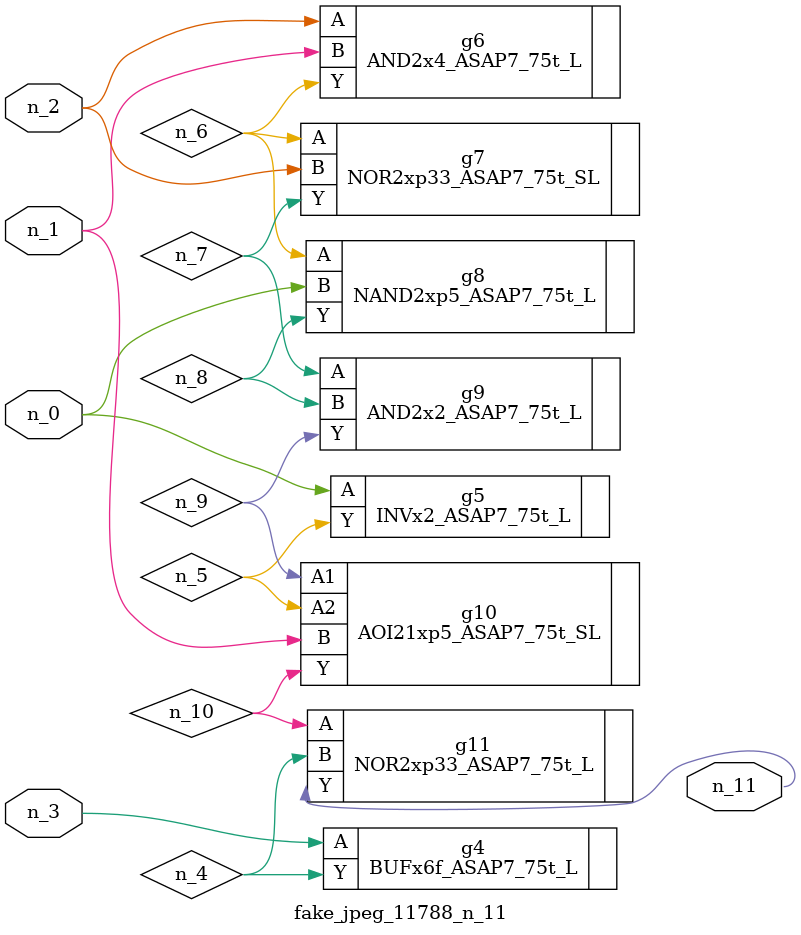
<source format=v>
module fake_jpeg_11788_n_11 (n_0, n_3, n_2, n_1, n_11);

input n_0;
input n_3;
input n_2;
input n_1;

output n_11;

wire n_10;
wire n_4;
wire n_8;
wire n_9;
wire n_6;
wire n_5;
wire n_7;

BUFx6f_ASAP7_75t_L g4 ( 
.A(n_3),
.Y(n_4)
);

INVx2_ASAP7_75t_L g5 ( 
.A(n_0),
.Y(n_5)
);

AND2x4_ASAP7_75t_L g6 ( 
.A(n_2),
.B(n_1),
.Y(n_6)
);

NOR2xp33_ASAP7_75t_SL g7 ( 
.A(n_6),
.B(n_2),
.Y(n_7)
);

AND2x2_ASAP7_75t_L g9 ( 
.A(n_7),
.B(n_8),
.Y(n_9)
);

NAND2xp5_ASAP7_75t_L g8 ( 
.A(n_6),
.B(n_0),
.Y(n_8)
);

AOI21xp5_ASAP7_75t_SL g10 ( 
.A1(n_9),
.A2(n_5),
.B(n_1),
.Y(n_10)
);

NOR2xp33_ASAP7_75t_L g11 ( 
.A(n_10),
.B(n_4),
.Y(n_11)
);


endmodule
</source>
